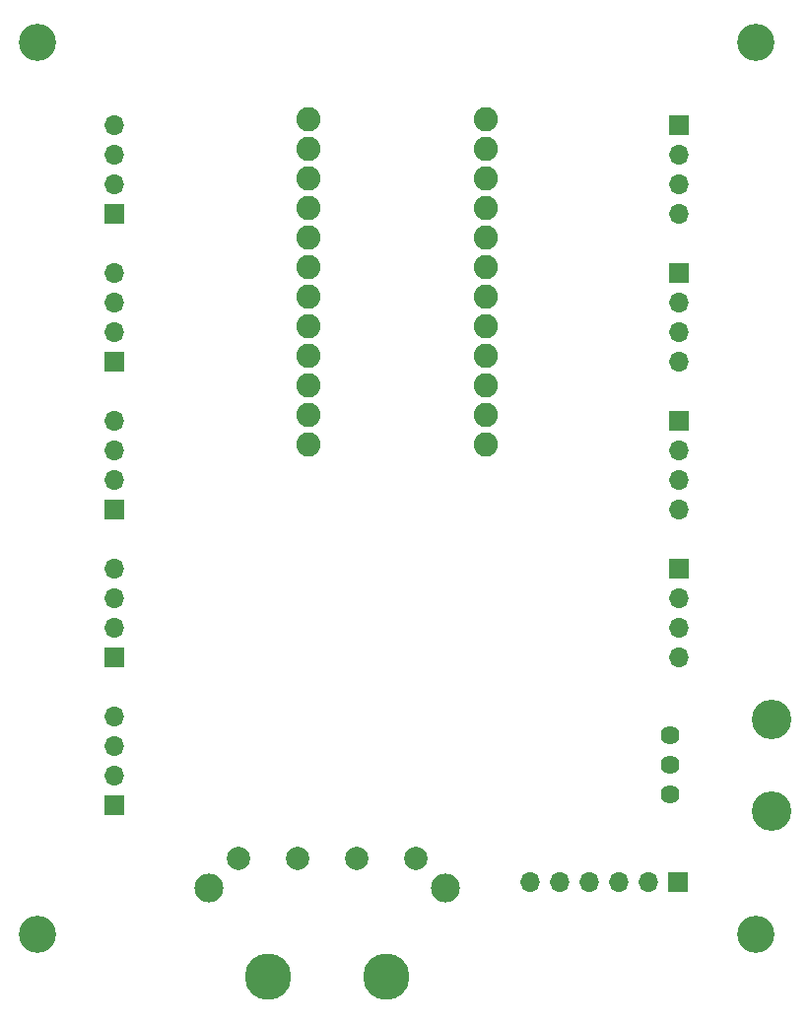
<source format=gbr>
%TF.GenerationSoftware,KiCad,Pcbnew,(5.1.7)-1*%
%TF.CreationDate,2020-11-16T09:35:31-07:00*%
%TF.ProjectId,RGB Controller,52474220-436f-46e7-9472-6f6c6c65722e,rev?*%
%TF.SameCoordinates,Original*%
%TF.FileFunction,Soldermask,Bot*%
%TF.FilePolarity,Negative*%
%FSLAX46Y46*%
G04 Gerber Fmt 4.6, Leading zero omitted, Abs format (unit mm)*
G04 Created by KiCad (PCBNEW (5.1.7)-1) date 2020-11-16 09:35:31*
%MOMM*%
%LPD*%
G01*
G04 APERTURE LIST*
%ADD10C,2.082800*%
%ADD11C,3.200000*%
%ADD12O,1.700000X1.700000*%
%ADD13R,1.700000X1.700000*%
%ADD14C,3.400000*%
%ADD15C,1.624000*%
%ADD16C,3.987800*%
%ADD17C,2.489200*%
%ADD18C,2.006600*%
G04 APERTURE END LIST*
D10*
%TO.C,B1*%
X140970000Y-63500000D03*
X140970000Y-66040000D03*
X140970000Y-68580000D03*
X140970000Y-71120000D03*
X140970000Y-73660000D03*
X140970000Y-76200000D03*
X140970000Y-78740000D03*
X140970000Y-81280000D03*
X140970000Y-83820000D03*
X140970000Y-86360000D03*
X140970000Y-88900000D03*
X140970000Y-91440000D03*
X125730000Y-91440000D03*
X125730000Y-88900000D03*
X125730000Y-86360000D03*
X125730000Y-83820000D03*
X125730000Y-81280000D03*
X125730000Y-78740000D03*
X125730000Y-76200000D03*
X125730000Y-73660000D03*
X125730000Y-71120000D03*
X125730000Y-68580000D03*
X125730000Y-66040000D03*
X125730000Y-63500000D03*
%TD*%
D11*
%TO.C,REF\u002A\u002A*%
X102489000Y-133553200D03*
%TD*%
%TO.C,REF\u002A\u002A*%
X102489000Y-56946800D03*
%TD*%
%TO.C,REF\u002A\u002A*%
X164211000Y-133553200D03*
%TD*%
%TO.C,REF\u002A\u002A*%
X164211000Y-56946800D03*
%TD*%
D12*
%TO.C,J1*%
X144780000Y-129032000D03*
X147320000Y-129032000D03*
X149860000Y-129032000D03*
X152400000Y-129032000D03*
X154940000Y-129032000D03*
D13*
X157480000Y-129032000D03*
%TD*%
D12*
%TO.C,J2*%
X109093000Y-89408000D03*
X109093000Y-91948000D03*
X109093000Y-94488000D03*
D13*
X109093000Y-97028000D03*
%TD*%
D12*
%TO.C,J3*%
X109093000Y-102108000D03*
X109093000Y-104648000D03*
X109093000Y-107188000D03*
D13*
X109093000Y-109728000D03*
%TD*%
D12*
%TO.C,J4*%
X109093000Y-64008000D03*
X109093000Y-66548000D03*
X109093000Y-69088000D03*
D13*
X109093000Y-71628000D03*
%TD*%
D12*
%TO.C,J5*%
X109093000Y-76708000D03*
X109093000Y-79248000D03*
X109093000Y-81788000D03*
D13*
X109093000Y-84328000D03*
%TD*%
D12*
%TO.C,J6*%
X109093000Y-114808000D03*
X109093000Y-117348000D03*
X109093000Y-119888000D03*
D13*
X109093000Y-122428000D03*
%TD*%
D12*
%TO.C,J7*%
X157607000Y-71628000D03*
X157607000Y-69088000D03*
X157607000Y-66548000D03*
D13*
X157607000Y-64008000D03*
%TD*%
D12*
%TO.C,J8*%
X157607000Y-84328000D03*
X157607000Y-81788000D03*
X157607000Y-79248000D03*
D13*
X157607000Y-76708000D03*
%TD*%
D12*
%TO.C,J9*%
X157607000Y-97028000D03*
X157607000Y-94488000D03*
X157607000Y-91948000D03*
D13*
X157607000Y-89408000D03*
%TD*%
D12*
%TO.C,J10*%
X157607000Y-109728000D03*
X157607000Y-107188000D03*
X157607000Y-104648000D03*
D13*
X157607000Y-102108000D03*
%TD*%
D14*
%TO.C,J11*%
X165485000Y-122939000D03*
X165485000Y-115059000D03*
D15*
X156845000Y-121539000D03*
X156845000Y-116459000D03*
X156845000Y-118999000D03*
%TD*%
D16*
%TO.C,J12*%
X132461000Y-137160000D03*
X122301000Y-137160000D03*
D17*
X137541000Y-129540000D03*
X117221000Y-129540000D03*
D18*
X135001000Y-127000000D03*
X129921000Y-127000000D03*
X124841000Y-127000000D03*
X119761000Y-127000000D03*
%TD*%
M02*

</source>
